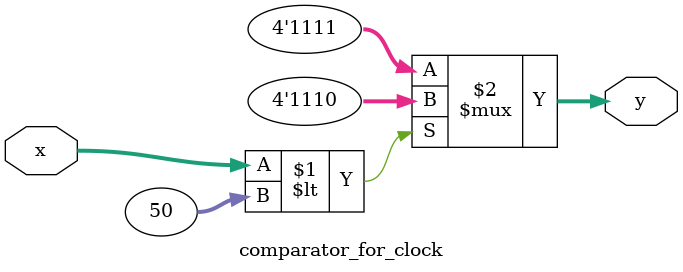
<source format=v>
`timescale 1ns / 1ps


module fnd_control_for_clock (
    input        clk,
    input        reset,
    input        sw_mode,
    input  [2:0] sel,
    input  [6:0] msec,          // 0.1sec
    input  [6:0] sec,           // 1sec
    input  [6:0] min,           // 1min
    input  [6:0] hour,          // 1hour
    output [7:0] fndfont
);

    wire [3:0] w_msec_digit_1, w_msec_digit_10;
    wire [3:0] w_sec_digit_1, w_sec_digit_10;
    wire [3:0] w_min_digit_1, w_min_digit_10;
    wire [3:0] w_hour_digit_1, w_hour_digit_10;
    wire [3:0] w_bcd, w_min_hour_bcd, w_sec_msec_bcd, w_dot;
    wire w_clk;



    digit_splitter_for_clock U_msec_splitter_for_clock (
        .digit(msec),
        .digit_1(w_msec_digit_1),
        .digit_10(w_msec_digit_10)
    );

    digit_splitter_for_clock U_sec_splitter_for_clock (
        .digit(sec),
        .digit_1(w_sec_digit_1),
        .digit_10(w_sec_digit_10)
    );

    digit_splitter_for_clock U_min_splitter_for_clock (
        .digit(min),
        .digit_1(w_min_digit_1),
        .digit_10(w_min_digit_10)
    );

    digit_splitter_for_clock U_hour_splitter_for_clock (
        .digit(hour),
        .digit_1(w_hour_digit_1),
        .digit_10(w_hour_digit_10)
    );

    comparator_for_clock U_msec_comparator_for_clock (
        .x(msec),
        .y(w_dot)
    );

    mux_8x1_for_clock U_msec_sec_mux_8x1_for_clock (
        .sel(sel),
        .x0 (w_msec_digit_1),
        .x1 (w_msec_digit_10),
        .x2 (w_sec_digit_1),
        .x3 (w_sec_digit_10),
        .x4 (4'hf),
        .x5 (4'hf),
        .x6 (w_dot),
        .x7 (4'hf),
        .y  (w_sec_msec_bcd)
    );

    mux_8x1_for_clock U_min_hour_mux_8x1_for_clock (
        .sel(sel),
        .x0 (w_min_digit_1),
        .x1 (w_min_digit_10),
        .x2 (w_hour_digit_1),
        .x3 (w_hour_digit_10),
        .x4 (4'hf),
        .x5 (4'hf),
        .x6 (w_dot),
        .x7 (4'hf),
        .y  (w_min_hour_bcd)
    );

    mux_2x1_for_clock U_mux_2x1_for_clock (
        .sel(sw_mode),
        .x0 (w_sec_msec_bcd),
        .x1 (w_min_hour_bcd),
        .y  (w_bcd)
    );

    BCDtoSEG_decoder_for_clock U_BCDtoSEG_for_clock (
        .bcd(w_bcd),
        .seg(fndfont)
    );
endmodule



module digit_splitter_for_clock (
    input  [6:0] digit,
    output [3:0] digit_1,
    output [3:0] digit_10
);

    assign digit_1  = digit % 10;
    assign digit_10 = digit / 10 % 10;

endmodule

module mux_8x1_for_clock (
    input      [2:0] sel,
    input      [3:0] x0,
    input      [3:0] x1,
    input      [3:0] x2,
    input      [3:0] x3,
    input      [3:0] x4,
    input      [3:0] x5,
    input      [3:0] x6,
    input      [3:0] x7,
    output reg [3:0] y
);
    always @(*) begin  // all input
        case (sel)
            3'b000:  y = x0;
            3'b001:  y = x1;
            3'b010:  y = x2;
            3'b011:  y = x3;
            3'b100:  y = x4;
            3'b101:  y = x5;
            3'b110:  y = x6;
            3'b111:  y = x7;
            default: y = 4'bx;  // unknown
        endcase
    end

endmodule

module mux_2x1_for_clock (
    input            sel,
    input      [3:0] x0,
    input      [3:0] x1,
    output reg [3:0] y
);
    always @(*) begin  // all input
        case (sel)
            1'b0: y = x0;
            1'b1: y = x1;
            default: y = 4'bx;  // unknown
        endcase
    end

endmodule

module BCDtoSEG_decoder_for_clock (
    input [3:0] bcd,
    output reg [7:0] seg

);
    always @(bcd) begin
        case (bcd)
            4'h0: seg = 8'hc0;
            4'h1: seg = 8'hf9;
            4'h2: seg = 8'ha4;
            4'h3: seg = 8'hb0;
            4'h4: seg = 8'h99;
            4'h5: seg = 8'h92;
            4'h6: seg = 8'h82;
            4'h7: seg = 8'hf8;
            4'h8: seg = 8'h80;
            4'h9: seg = 8'h90;
            4'ha: seg = 8'h88;
            4'hb: seg = 8'h83;
            4'hc: seg = 8'hc6;
            4'hd: seg = 8'ha1;
            4'he: seg = 8'h7f;  // dot on
            4'hf: seg = 8'hff;  // dot off
            default: seg = 8'hff;
        endcase
    end
endmodule

module comparator_for_clock (
    input  [6:0] x,
    output [3:0] y
);

    assign y = (x < 50) ? 4'he : 4'hf;  // dot on : off
endmodule

</source>
